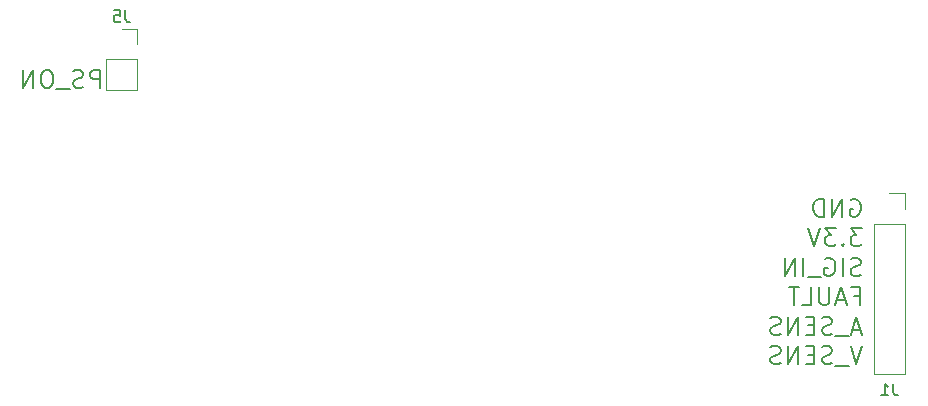
<source format=gbo>
G04 #@! TF.GenerationSoftware,KiCad,Pcbnew,9.0.5*
G04 #@! TF.CreationDate,2025-10-18T17:06:13+01:00*
G04 #@! TF.ProjectId,PowerDelivery,506f7765-7244-4656-9c69-766572792e6b,rev?*
G04 #@! TF.SameCoordinates,Original*
G04 #@! TF.FileFunction,Legend,Bot*
G04 #@! TF.FilePolarity,Positive*
%FSLAX46Y46*%
G04 Gerber Fmt 4.6, Leading zero omitted, Abs format (unit mm)*
G04 Created by KiCad (PCBNEW 9.0.5) date 2025-10-18 17:06:13*
%MOMM*%
%LPD*%
G01*
G04 APERTURE LIST*
G04 Aperture macros list*
%AMRoundRect*
0 Rectangle with rounded corners*
0 $1 Rounding radius*
0 $2 $3 $4 $5 $6 $7 $8 $9 X,Y pos of 4 corners*
0 Add a 4 corners polygon primitive as box body*
4,1,4,$2,$3,$4,$5,$6,$7,$8,$9,$2,$3,0*
0 Add four circle primitives for the rounded corners*
1,1,$1+$1,$2,$3*
1,1,$1+$1,$4,$5*
1,1,$1+$1,$6,$7*
1,1,$1+$1,$8,$9*
0 Add four rect primitives between the rounded corners*
20,1,$1+$1,$2,$3,$4,$5,0*
20,1,$1+$1,$4,$5,$6,$7,0*
20,1,$1+$1,$6,$7,$8,$9,0*
20,1,$1+$1,$8,$9,$2,$3,0*%
G04 Aperture macros list end*
%ADD10C,0.200000*%
%ADD11C,0.150000*%
%ADD12C,0.120000*%
%ADD13RoundRect,0.250001X-1.399999X1.099999X-1.399999X-1.099999X1.399999X-1.099999X1.399999X1.099999X0*%
%ADD14O,3.300000X2.700000*%
%ADD15C,1.600000*%
%ADD16O,1.600000X1.600000*%
%ADD17R,3.000000X3.000000*%
%ADD18C,3.000000*%
%ADD19R,1.600000X1.600000*%
%ADD20R,2.200000X2.200000*%
%ADD21O,2.200000X2.200000*%
%ADD22C,2.400000*%
%ADD23O,2.400000X2.400000*%
%ADD24C,1.440000*%
%ADD25R,1.500000X1.500000*%
%ADD26C,1.500000*%
%ADD27C,5.700000*%
%ADD28O,3.500000X3.500000*%
%ADD29R,2.000000X1.905000*%
%ADD30O,2.000000X1.905000*%
%ADD31R,1.800000X1.800000*%
%ADD32C,1.800000*%
%ADD33R,1.700000X1.700000*%
%ADD34O,1.700000X1.700000*%
G04 APERTURE END LIST*
D10*
X126681279Y-81901028D02*
X126681279Y-80401028D01*
X126681279Y-80401028D02*
X126109850Y-80401028D01*
X126109850Y-80401028D02*
X125966993Y-80472457D01*
X125966993Y-80472457D02*
X125895564Y-80543885D01*
X125895564Y-80543885D02*
X125824136Y-80686742D01*
X125824136Y-80686742D02*
X125824136Y-80901028D01*
X125824136Y-80901028D02*
X125895564Y-81043885D01*
X125895564Y-81043885D02*
X125966993Y-81115314D01*
X125966993Y-81115314D02*
X126109850Y-81186742D01*
X126109850Y-81186742D02*
X126681279Y-81186742D01*
X125252707Y-81829600D02*
X125038422Y-81901028D01*
X125038422Y-81901028D02*
X124681279Y-81901028D01*
X124681279Y-81901028D02*
X124538422Y-81829600D01*
X124538422Y-81829600D02*
X124466993Y-81758171D01*
X124466993Y-81758171D02*
X124395564Y-81615314D01*
X124395564Y-81615314D02*
X124395564Y-81472457D01*
X124395564Y-81472457D02*
X124466993Y-81329600D01*
X124466993Y-81329600D02*
X124538422Y-81258171D01*
X124538422Y-81258171D02*
X124681279Y-81186742D01*
X124681279Y-81186742D02*
X124966993Y-81115314D01*
X124966993Y-81115314D02*
X125109850Y-81043885D01*
X125109850Y-81043885D02*
X125181279Y-80972457D01*
X125181279Y-80972457D02*
X125252707Y-80829600D01*
X125252707Y-80829600D02*
X125252707Y-80686742D01*
X125252707Y-80686742D02*
X125181279Y-80543885D01*
X125181279Y-80543885D02*
X125109850Y-80472457D01*
X125109850Y-80472457D02*
X124966993Y-80401028D01*
X124966993Y-80401028D02*
X124609850Y-80401028D01*
X124609850Y-80401028D02*
X124395564Y-80472457D01*
X124109851Y-82043885D02*
X122966993Y-82043885D01*
X122324136Y-80401028D02*
X122038422Y-80401028D01*
X122038422Y-80401028D02*
X121895565Y-80472457D01*
X121895565Y-80472457D02*
X121752708Y-80615314D01*
X121752708Y-80615314D02*
X121681279Y-80901028D01*
X121681279Y-80901028D02*
X121681279Y-81401028D01*
X121681279Y-81401028D02*
X121752708Y-81686742D01*
X121752708Y-81686742D02*
X121895565Y-81829600D01*
X121895565Y-81829600D02*
X122038422Y-81901028D01*
X122038422Y-81901028D02*
X122324136Y-81901028D01*
X122324136Y-81901028D02*
X122466994Y-81829600D01*
X122466994Y-81829600D02*
X122609851Y-81686742D01*
X122609851Y-81686742D02*
X122681279Y-81401028D01*
X122681279Y-81401028D02*
X122681279Y-80901028D01*
X122681279Y-80901028D02*
X122609851Y-80615314D01*
X122609851Y-80615314D02*
X122466994Y-80472457D01*
X122466994Y-80472457D02*
X122324136Y-80401028D01*
X121038422Y-81901028D02*
X121038422Y-80401028D01*
X121038422Y-80401028D02*
X120181279Y-81901028D01*
X120181279Y-81901028D02*
X120181279Y-80401028D01*
X191082707Y-97734600D02*
X190868422Y-97806028D01*
X190868422Y-97806028D02*
X190511279Y-97806028D01*
X190511279Y-97806028D02*
X190368422Y-97734600D01*
X190368422Y-97734600D02*
X190296993Y-97663171D01*
X190296993Y-97663171D02*
X190225564Y-97520314D01*
X190225564Y-97520314D02*
X190225564Y-97377457D01*
X190225564Y-97377457D02*
X190296993Y-97234600D01*
X190296993Y-97234600D02*
X190368422Y-97163171D01*
X190368422Y-97163171D02*
X190511279Y-97091742D01*
X190511279Y-97091742D02*
X190796993Y-97020314D01*
X190796993Y-97020314D02*
X190939850Y-96948885D01*
X190939850Y-96948885D02*
X191011279Y-96877457D01*
X191011279Y-96877457D02*
X191082707Y-96734600D01*
X191082707Y-96734600D02*
X191082707Y-96591742D01*
X191082707Y-96591742D02*
X191011279Y-96448885D01*
X191011279Y-96448885D02*
X190939850Y-96377457D01*
X190939850Y-96377457D02*
X190796993Y-96306028D01*
X190796993Y-96306028D02*
X190439850Y-96306028D01*
X190439850Y-96306028D02*
X190225564Y-96377457D01*
X189582708Y-97806028D02*
X189582708Y-96306028D01*
X188082707Y-96377457D02*
X188225565Y-96306028D01*
X188225565Y-96306028D02*
X188439850Y-96306028D01*
X188439850Y-96306028D02*
X188654136Y-96377457D01*
X188654136Y-96377457D02*
X188796993Y-96520314D01*
X188796993Y-96520314D02*
X188868422Y-96663171D01*
X188868422Y-96663171D02*
X188939850Y-96948885D01*
X188939850Y-96948885D02*
X188939850Y-97163171D01*
X188939850Y-97163171D02*
X188868422Y-97448885D01*
X188868422Y-97448885D02*
X188796993Y-97591742D01*
X188796993Y-97591742D02*
X188654136Y-97734600D01*
X188654136Y-97734600D02*
X188439850Y-97806028D01*
X188439850Y-97806028D02*
X188296993Y-97806028D01*
X188296993Y-97806028D02*
X188082707Y-97734600D01*
X188082707Y-97734600D02*
X188011279Y-97663171D01*
X188011279Y-97663171D02*
X188011279Y-97163171D01*
X188011279Y-97163171D02*
X188296993Y-97163171D01*
X187725565Y-97948885D02*
X186582707Y-97948885D01*
X186225565Y-97806028D02*
X186225565Y-96306028D01*
X185511279Y-97806028D02*
X185511279Y-96306028D01*
X185511279Y-96306028D02*
X184654136Y-97806028D01*
X184654136Y-97806028D02*
X184654136Y-96306028D01*
X190225564Y-91377457D02*
X190368422Y-91306028D01*
X190368422Y-91306028D02*
X190582707Y-91306028D01*
X190582707Y-91306028D02*
X190796993Y-91377457D01*
X190796993Y-91377457D02*
X190939850Y-91520314D01*
X190939850Y-91520314D02*
X191011279Y-91663171D01*
X191011279Y-91663171D02*
X191082707Y-91948885D01*
X191082707Y-91948885D02*
X191082707Y-92163171D01*
X191082707Y-92163171D02*
X191011279Y-92448885D01*
X191011279Y-92448885D02*
X190939850Y-92591742D01*
X190939850Y-92591742D02*
X190796993Y-92734600D01*
X190796993Y-92734600D02*
X190582707Y-92806028D01*
X190582707Y-92806028D02*
X190439850Y-92806028D01*
X190439850Y-92806028D02*
X190225564Y-92734600D01*
X190225564Y-92734600D02*
X190154136Y-92663171D01*
X190154136Y-92663171D02*
X190154136Y-92163171D01*
X190154136Y-92163171D02*
X190439850Y-92163171D01*
X189511279Y-92806028D02*
X189511279Y-91306028D01*
X189511279Y-91306028D02*
X188654136Y-92806028D01*
X188654136Y-92806028D02*
X188654136Y-91306028D01*
X187939850Y-92806028D02*
X187939850Y-91306028D01*
X187939850Y-91306028D02*
X187582707Y-91306028D01*
X187582707Y-91306028D02*
X187368421Y-91377457D01*
X187368421Y-91377457D02*
X187225564Y-91520314D01*
X187225564Y-91520314D02*
X187154135Y-91663171D01*
X187154135Y-91663171D02*
X187082707Y-91948885D01*
X187082707Y-91948885D02*
X187082707Y-92163171D01*
X187082707Y-92163171D02*
X187154135Y-92448885D01*
X187154135Y-92448885D02*
X187225564Y-92591742D01*
X187225564Y-92591742D02*
X187368421Y-92734600D01*
X187368421Y-92734600D02*
X187582707Y-92806028D01*
X187582707Y-92806028D02*
X187939850Y-92806028D01*
X191082707Y-102377457D02*
X190368422Y-102377457D01*
X191225564Y-102806028D02*
X190725564Y-101306028D01*
X190725564Y-101306028D02*
X190225564Y-102806028D01*
X190082708Y-102948885D02*
X188939850Y-102948885D01*
X188654136Y-102734600D02*
X188439851Y-102806028D01*
X188439851Y-102806028D02*
X188082708Y-102806028D01*
X188082708Y-102806028D02*
X187939851Y-102734600D01*
X187939851Y-102734600D02*
X187868422Y-102663171D01*
X187868422Y-102663171D02*
X187796993Y-102520314D01*
X187796993Y-102520314D02*
X187796993Y-102377457D01*
X187796993Y-102377457D02*
X187868422Y-102234600D01*
X187868422Y-102234600D02*
X187939851Y-102163171D01*
X187939851Y-102163171D02*
X188082708Y-102091742D01*
X188082708Y-102091742D02*
X188368422Y-102020314D01*
X188368422Y-102020314D02*
X188511279Y-101948885D01*
X188511279Y-101948885D02*
X188582708Y-101877457D01*
X188582708Y-101877457D02*
X188654136Y-101734600D01*
X188654136Y-101734600D02*
X188654136Y-101591742D01*
X188654136Y-101591742D02*
X188582708Y-101448885D01*
X188582708Y-101448885D02*
X188511279Y-101377457D01*
X188511279Y-101377457D02*
X188368422Y-101306028D01*
X188368422Y-101306028D02*
X188011279Y-101306028D01*
X188011279Y-101306028D02*
X187796993Y-101377457D01*
X187154137Y-102020314D02*
X186654137Y-102020314D01*
X186439851Y-102806028D02*
X187154137Y-102806028D01*
X187154137Y-102806028D02*
X187154137Y-101306028D01*
X187154137Y-101306028D02*
X186439851Y-101306028D01*
X185796994Y-102806028D02*
X185796994Y-101306028D01*
X185796994Y-101306028D02*
X184939851Y-102806028D01*
X184939851Y-102806028D02*
X184939851Y-101306028D01*
X184296993Y-102734600D02*
X184082708Y-102806028D01*
X184082708Y-102806028D02*
X183725565Y-102806028D01*
X183725565Y-102806028D02*
X183582708Y-102734600D01*
X183582708Y-102734600D02*
X183511279Y-102663171D01*
X183511279Y-102663171D02*
X183439850Y-102520314D01*
X183439850Y-102520314D02*
X183439850Y-102377457D01*
X183439850Y-102377457D02*
X183511279Y-102234600D01*
X183511279Y-102234600D02*
X183582708Y-102163171D01*
X183582708Y-102163171D02*
X183725565Y-102091742D01*
X183725565Y-102091742D02*
X184011279Y-102020314D01*
X184011279Y-102020314D02*
X184154136Y-101948885D01*
X184154136Y-101948885D02*
X184225565Y-101877457D01*
X184225565Y-101877457D02*
X184296993Y-101734600D01*
X184296993Y-101734600D02*
X184296993Y-101591742D01*
X184296993Y-101591742D02*
X184225565Y-101448885D01*
X184225565Y-101448885D02*
X184154136Y-101377457D01*
X184154136Y-101377457D02*
X184011279Y-101306028D01*
X184011279Y-101306028D02*
X183654136Y-101306028D01*
X183654136Y-101306028D02*
X183439850Y-101377457D01*
X190511279Y-99520314D02*
X191011279Y-99520314D01*
X191011279Y-100306028D02*
X191011279Y-98806028D01*
X191011279Y-98806028D02*
X190296993Y-98806028D01*
X189796993Y-99877457D02*
X189082708Y-99877457D01*
X189939850Y-100306028D02*
X189439850Y-98806028D01*
X189439850Y-98806028D02*
X188939850Y-100306028D01*
X188439851Y-98806028D02*
X188439851Y-100020314D01*
X188439851Y-100020314D02*
X188368422Y-100163171D01*
X188368422Y-100163171D02*
X188296994Y-100234600D01*
X188296994Y-100234600D02*
X188154136Y-100306028D01*
X188154136Y-100306028D02*
X187868422Y-100306028D01*
X187868422Y-100306028D02*
X187725565Y-100234600D01*
X187725565Y-100234600D02*
X187654136Y-100163171D01*
X187654136Y-100163171D02*
X187582708Y-100020314D01*
X187582708Y-100020314D02*
X187582708Y-98806028D01*
X186154136Y-100306028D02*
X186868422Y-100306028D01*
X186868422Y-100306028D02*
X186868422Y-98806028D01*
X185868421Y-98806028D02*
X185011279Y-98806028D01*
X185439850Y-100306028D02*
X185439850Y-98806028D01*
X191225564Y-103806028D02*
X190725564Y-105306028D01*
X190725564Y-105306028D02*
X190225564Y-103806028D01*
X190082708Y-105448885D02*
X188939850Y-105448885D01*
X188654136Y-105234600D02*
X188439851Y-105306028D01*
X188439851Y-105306028D02*
X188082708Y-105306028D01*
X188082708Y-105306028D02*
X187939851Y-105234600D01*
X187939851Y-105234600D02*
X187868422Y-105163171D01*
X187868422Y-105163171D02*
X187796993Y-105020314D01*
X187796993Y-105020314D02*
X187796993Y-104877457D01*
X187796993Y-104877457D02*
X187868422Y-104734600D01*
X187868422Y-104734600D02*
X187939851Y-104663171D01*
X187939851Y-104663171D02*
X188082708Y-104591742D01*
X188082708Y-104591742D02*
X188368422Y-104520314D01*
X188368422Y-104520314D02*
X188511279Y-104448885D01*
X188511279Y-104448885D02*
X188582708Y-104377457D01*
X188582708Y-104377457D02*
X188654136Y-104234600D01*
X188654136Y-104234600D02*
X188654136Y-104091742D01*
X188654136Y-104091742D02*
X188582708Y-103948885D01*
X188582708Y-103948885D02*
X188511279Y-103877457D01*
X188511279Y-103877457D02*
X188368422Y-103806028D01*
X188368422Y-103806028D02*
X188011279Y-103806028D01*
X188011279Y-103806028D02*
X187796993Y-103877457D01*
X187154137Y-104520314D02*
X186654137Y-104520314D01*
X186439851Y-105306028D02*
X187154137Y-105306028D01*
X187154137Y-105306028D02*
X187154137Y-103806028D01*
X187154137Y-103806028D02*
X186439851Y-103806028D01*
X185796994Y-105306028D02*
X185796994Y-103806028D01*
X185796994Y-103806028D02*
X184939851Y-105306028D01*
X184939851Y-105306028D02*
X184939851Y-103806028D01*
X184296993Y-105234600D02*
X184082708Y-105306028D01*
X184082708Y-105306028D02*
X183725565Y-105306028D01*
X183725565Y-105306028D02*
X183582708Y-105234600D01*
X183582708Y-105234600D02*
X183511279Y-105163171D01*
X183511279Y-105163171D02*
X183439850Y-105020314D01*
X183439850Y-105020314D02*
X183439850Y-104877457D01*
X183439850Y-104877457D02*
X183511279Y-104734600D01*
X183511279Y-104734600D02*
X183582708Y-104663171D01*
X183582708Y-104663171D02*
X183725565Y-104591742D01*
X183725565Y-104591742D02*
X184011279Y-104520314D01*
X184011279Y-104520314D02*
X184154136Y-104448885D01*
X184154136Y-104448885D02*
X184225565Y-104377457D01*
X184225565Y-104377457D02*
X184296993Y-104234600D01*
X184296993Y-104234600D02*
X184296993Y-104091742D01*
X184296993Y-104091742D02*
X184225565Y-103948885D01*
X184225565Y-103948885D02*
X184154136Y-103877457D01*
X184154136Y-103877457D02*
X184011279Y-103806028D01*
X184011279Y-103806028D02*
X183654136Y-103806028D01*
X183654136Y-103806028D02*
X183439850Y-103877457D01*
X191154136Y-93806028D02*
X190225564Y-93806028D01*
X190225564Y-93806028D02*
X190725564Y-94377457D01*
X190725564Y-94377457D02*
X190511279Y-94377457D01*
X190511279Y-94377457D02*
X190368422Y-94448885D01*
X190368422Y-94448885D02*
X190296993Y-94520314D01*
X190296993Y-94520314D02*
X190225564Y-94663171D01*
X190225564Y-94663171D02*
X190225564Y-95020314D01*
X190225564Y-95020314D02*
X190296993Y-95163171D01*
X190296993Y-95163171D02*
X190368422Y-95234600D01*
X190368422Y-95234600D02*
X190511279Y-95306028D01*
X190511279Y-95306028D02*
X190939850Y-95306028D01*
X190939850Y-95306028D02*
X191082707Y-95234600D01*
X191082707Y-95234600D02*
X191154136Y-95163171D01*
X189582708Y-95163171D02*
X189511279Y-95234600D01*
X189511279Y-95234600D02*
X189582708Y-95306028D01*
X189582708Y-95306028D02*
X189654136Y-95234600D01*
X189654136Y-95234600D02*
X189582708Y-95163171D01*
X189582708Y-95163171D02*
X189582708Y-95306028D01*
X189011279Y-93806028D02*
X188082707Y-93806028D01*
X188082707Y-93806028D02*
X188582707Y-94377457D01*
X188582707Y-94377457D02*
X188368422Y-94377457D01*
X188368422Y-94377457D02*
X188225565Y-94448885D01*
X188225565Y-94448885D02*
X188154136Y-94520314D01*
X188154136Y-94520314D02*
X188082707Y-94663171D01*
X188082707Y-94663171D02*
X188082707Y-95020314D01*
X188082707Y-95020314D02*
X188154136Y-95163171D01*
X188154136Y-95163171D02*
X188225565Y-95234600D01*
X188225565Y-95234600D02*
X188368422Y-95306028D01*
X188368422Y-95306028D02*
X188796993Y-95306028D01*
X188796993Y-95306028D02*
X188939850Y-95234600D01*
X188939850Y-95234600D02*
X189011279Y-95163171D01*
X187654136Y-93806028D02*
X187154136Y-95306028D01*
X187154136Y-95306028D02*
X186654136Y-93806028D01*
D11*
X193833333Y-106954819D02*
X193833333Y-107669104D01*
X193833333Y-107669104D02*
X193880952Y-107811961D01*
X193880952Y-107811961D02*
X193976190Y-107907200D01*
X193976190Y-107907200D02*
X194119047Y-107954819D01*
X194119047Y-107954819D02*
X194214285Y-107954819D01*
X192833333Y-107954819D02*
X193404761Y-107954819D01*
X193119047Y-107954819D02*
X193119047Y-106954819D01*
X193119047Y-106954819D02*
X193214285Y-107097676D01*
X193214285Y-107097676D02*
X193309523Y-107192914D01*
X193309523Y-107192914D02*
X193404761Y-107240533D01*
X128833333Y-75349819D02*
X128833333Y-76064104D01*
X128833333Y-76064104D02*
X128880952Y-76206961D01*
X128880952Y-76206961D02*
X128976190Y-76302200D01*
X128976190Y-76302200D02*
X129119047Y-76349819D01*
X129119047Y-76349819D02*
X129214285Y-76349819D01*
X127880952Y-75349819D02*
X128357142Y-75349819D01*
X128357142Y-75349819D02*
X128404761Y-75826009D01*
X128404761Y-75826009D02*
X128357142Y-75778390D01*
X128357142Y-75778390D02*
X128261904Y-75730771D01*
X128261904Y-75730771D02*
X128023809Y-75730771D01*
X128023809Y-75730771D02*
X127928571Y-75778390D01*
X127928571Y-75778390D02*
X127880952Y-75826009D01*
X127880952Y-75826009D02*
X127833333Y-75921247D01*
X127833333Y-75921247D02*
X127833333Y-76159342D01*
X127833333Y-76159342D02*
X127880952Y-76254580D01*
X127880952Y-76254580D02*
X127928571Y-76302200D01*
X127928571Y-76302200D02*
X128023809Y-76349819D01*
X128023809Y-76349819D02*
X128261904Y-76349819D01*
X128261904Y-76349819D02*
X128357142Y-76302200D01*
X128357142Y-76302200D02*
X128404761Y-76254580D01*
D12*
X192170000Y-93420000D02*
X194830000Y-93420000D01*
X192170000Y-106180000D02*
X192170000Y-93420000D01*
X192170000Y-106180000D02*
X194830000Y-106180000D01*
X193500000Y-90820000D02*
X194830000Y-90820000D01*
X194830000Y-90820000D02*
X194830000Y-92150000D01*
X194830000Y-106180000D02*
X194830000Y-93420000D01*
X129830000Y-82095000D02*
X129830000Y-79495000D01*
X129830000Y-76895000D02*
X129830000Y-78225000D01*
X128500000Y-76895000D02*
X129830000Y-76895000D01*
X127170000Y-82095000D02*
X129830000Y-82095000D01*
X127170000Y-82095000D02*
X127170000Y-79495000D01*
X127170000Y-79495000D02*
X129830000Y-79495000D01*
%LPC*%
D13*
X141250000Y-122700000D03*
D14*
X141250000Y-126900000D03*
X141250000Y-131100000D03*
X141250000Y-135300000D03*
X135750000Y-122700000D03*
X135750000Y-126900000D03*
X135750000Y-131100000D03*
X135750000Y-135300000D03*
D15*
X172000000Y-77190000D03*
D16*
X172000000Y-84810000D03*
D17*
X120000000Y-72960000D03*
D18*
X120000000Y-78040000D03*
D15*
X164000000Y-92250000D03*
X164000000Y-94750000D03*
D17*
X120000000Y-106460000D03*
D18*
X120000000Y-111540000D03*
D19*
X162700000Y-126700000D03*
D16*
X162700000Y-129240000D03*
X162700000Y-131780000D03*
X162700000Y-134320000D03*
X170320000Y-134320000D03*
X170320000Y-131780000D03*
X170320000Y-129240000D03*
X170320000Y-126700000D03*
D20*
X175500000Y-69690000D03*
D21*
X175500000Y-77310000D03*
D22*
X136840000Y-60500000D03*
D23*
X157160000Y-60500000D03*
D15*
X169690000Y-93500000D03*
D16*
X177310000Y-93500000D03*
D15*
X173750000Y-126000000D03*
X176250000Y-126000000D03*
X150750000Y-116000000D03*
X153250000Y-116000000D03*
X158000000Y-70190000D03*
D16*
X158000000Y-77810000D03*
D19*
X181300000Y-105800000D03*
D16*
X181300000Y-103260000D03*
X181300000Y-100720000D03*
X181300000Y-98180000D03*
X173680000Y-98180000D03*
X173680000Y-100720000D03*
X173680000Y-103260000D03*
X173680000Y-105800000D03*
D15*
X152250000Y-81500000D03*
X149750000Y-81500000D03*
D24*
X158000000Y-93960000D03*
X158000000Y-96500000D03*
X158000000Y-99040000D03*
D25*
X175770000Y-115040000D03*
D26*
X173230000Y-112500000D03*
X175770000Y-109960000D03*
D15*
X180500000Y-113750000D03*
X180500000Y-111250000D03*
X162750000Y-138000000D03*
X165250000Y-138000000D03*
X150690000Y-125000000D03*
D16*
X158310000Y-125000000D03*
D19*
X158300000Y-112300000D03*
D16*
X158300000Y-109760000D03*
X158300000Y-107220000D03*
X158300000Y-104680000D03*
X150680000Y-104680000D03*
X150680000Y-107220000D03*
X150680000Y-109760000D03*
X150680000Y-112300000D03*
D17*
X120000000Y-118960000D03*
D18*
X120000000Y-124040000D03*
D15*
X163000000Y-105310000D03*
D16*
X163000000Y-97690000D03*
D27*
X117000000Y-61000000D03*
D13*
X141250000Y-68400000D03*
D14*
X141250000Y-72600000D03*
X141250000Y-76800000D03*
X141250000Y-81000000D03*
X141250000Y-85200000D03*
X141250000Y-89400000D03*
X141250000Y-93600000D03*
X141250000Y-97800000D03*
X141250000Y-102000000D03*
X141250000Y-106200000D03*
X141250000Y-110400000D03*
X141250000Y-114600000D03*
X135750000Y-68400000D03*
X135750000Y-72600000D03*
X135750000Y-76800000D03*
X135750000Y-81000000D03*
X135750000Y-85200000D03*
X135750000Y-89400000D03*
X135750000Y-93600000D03*
X135750000Y-97800000D03*
X135750000Y-102000000D03*
X135750000Y-106200000D03*
X135750000Y-110400000D03*
X135750000Y-114600000D03*
D27*
X192000000Y-136000000D03*
D15*
X165000000Y-70190000D03*
D16*
X165000000Y-77810000D03*
D15*
X150690000Y-132000000D03*
D16*
X158310000Y-132000000D03*
D28*
X177930000Y-62000000D03*
D29*
X161270000Y-59460000D03*
D30*
X161270000Y-62000000D03*
X161270000Y-64540000D03*
D19*
X163300000Y-81200000D03*
D16*
X160760000Y-81200000D03*
X158220000Y-81200000D03*
X155680000Y-81200000D03*
X155680000Y-88820000D03*
X158220000Y-88820000D03*
X160760000Y-88820000D03*
X163300000Y-88820000D03*
D15*
X173690000Y-90000000D03*
D16*
X181310000Y-90000000D03*
D27*
X192000000Y-61000000D03*
X117000000Y-136000000D03*
D15*
X154500000Y-70190000D03*
D16*
X154500000Y-77810000D03*
D15*
X179500000Y-69690000D03*
D16*
X179500000Y-77310000D03*
D15*
X174690000Y-129500000D03*
D16*
X182310000Y-129500000D03*
D15*
X170310000Y-109000000D03*
D16*
X162690000Y-109000000D03*
D15*
X162690000Y-112500000D03*
D16*
X170310000Y-112500000D03*
D31*
X167775000Y-120500000D03*
D32*
X165235000Y-120500000D03*
D15*
X150690000Y-135500000D03*
D16*
X158310000Y-135500000D03*
D15*
X152750000Y-101000000D03*
X150250000Y-101000000D03*
X158310000Y-121000000D03*
D16*
X150690000Y-121000000D03*
D15*
X150690000Y-128500000D03*
D16*
X158310000Y-128500000D03*
D15*
X161500000Y-70190000D03*
D16*
X161500000Y-77810000D03*
D17*
X120000000Y-85460000D03*
D18*
X120000000Y-90540000D03*
D33*
X193500000Y-92150000D03*
D34*
X193500000Y-94690000D03*
X193500000Y-97230000D03*
X193500000Y-99770000D03*
X193500000Y-102310000D03*
X193500000Y-104850000D03*
D33*
X128500000Y-78225000D03*
D34*
X128500000Y-80765000D03*
%LPD*%
M02*

</source>
